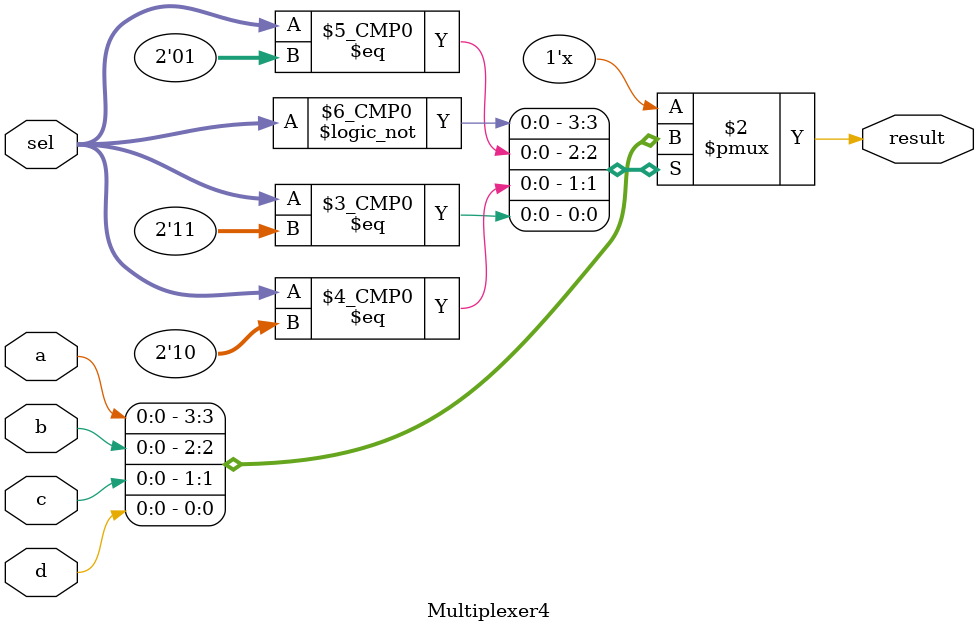
<source format=v>
`timescale 1ns / 1ps

module Multiplexer2(
    input wire a, // 输入数据信号
    input wire b, // 输入数据信号
    input wire sel, // 输入控制信号
    output result // 输出数据信号_已选择
    );

    assign result = sel ? a : b;
endmodule

module Multiplexer4(
    input wire a, // 输入数据信号
    input wire b, // 输入数据信号
    input wire c, // 输入数据信号
    input wire d, // 输入数据信号
    input wire [1:0] sel, // 输入控制信号
    output reg result // 输出数据信号_已选择
    );

always @(sel, a, b, c, d)
    case (sel)
        2'b00: result <= a;
        2'b01: result <= b;
        2'b10: result <= c;
        2'b11: result <= d;
    endcase
endmodule
</source>
